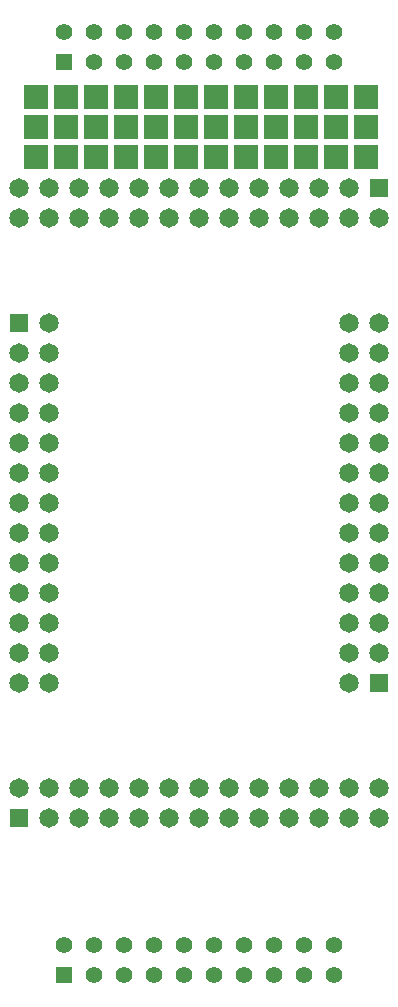
<source format=gbr>
%TF.GenerationSoftware,Altium Limited,Altium Designer,23.4.1 (23)*%
G04 Layer_Color=255*
%FSLAX45Y45*%
%MOMM*%
%TF.SameCoordinates,3C8645F9-427F-4EF9-BD5D-D69B0DC8593D*%
%TF.FilePolarity,Positive*%
%TF.FileFunction,Pads,Bot*%
%TF.Part,Single*%
G01*
G75*
%TA.AperFunction,ComponentPad*%
%ADD16C,1.65000*%
%ADD17R,1.65000X1.65000*%
%ADD18R,1.65000X1.65000*%
%TA.AperFunction,ViaPad*%
%ADD19R,2.00000X2.00000*%
%TA.AperFunction,ComponentPad*%
%ADD20R,1.39000X1.39000*%
%ADD21C,1.39000*%
D16*
X381000Y2976000D02*
D03*
X127000D02*
D03*
X381000Y3230000D02*
D03*
X127000D02*
D03*
X381000Y3484000D02*
D03*
X127000D02*
D03*
X381000Y3738000D02*
D03*
X127000D02*
D03*
X381000Y3992000D02*
D03*
X127000D02*
D03*
X381000Y4246000D02*
D03*
X127000D02*
D03*
X381000Y4500000D02*
D03*
X127000D02*
D03*
X381000Y4754000D02*
D03*
X127000D02*
D03*
X381000Y5008000D02*
D03*
X127000D02*
D03*
X381000Y5262000D02*
D03*
X127000D02*
D03*
X381000Y5516000D02*
D03*
X127000D02*
D03*
X381000Y5770000D02*
D03*
X127000D02*
D03*
X381000Y6024000D02*
D03*
X126000Y2087000D02*
D03*
X380000Y1833000D02*
D03*
Y2087000D02*
D03*
X634000Y1833000D02*
D03*
Y2087000D02*
D03*
X888000Y1833000D02*
D03*
Y2087000D02*
D03*
X1142000Y1833000D02*
D03*
Y2087000D02*
D03*
X1396000Y1833000D02*
D03*
Y2087000D02*
D03*
X1650000Y1833000D02*
D03*
Y2087000D02*
D03*
X1904000Y1833000D02*
D03*
Y2087000D02*
D03*
X2158000Y1833000D02*
D03*
Y2087000D02*
D03*
X2412000Y1833000D02*
D03*
Y2087000D02*
D03*
X2666000Y1833000D02*
D03*
Y2087000D02*
D03*
X2920000Y1833000D02*
D03*
Y2087000D02*
D03*
X3174000Y1833000D02*
D03*
Y2087000D02*
D03*
Y6913000D02*
D03*
X2920000Y7167000D02*
D03*
Y6913000D02*
D03*
X2666000Y7167000D02*
D03*
Y6913000D02*
D03*
X2412000Y7167000D02*
D03*
Y6913000D02*
D03*
X2158000Y7167000D02*
D03*
Y6913000D02*
D03*
X1904000Y7167000D02*
D03*
Y6913000D02*
D03*
X1650000Y7167000D02*
D03*
Y6913000D02*
D03*
X1396000Y7167000D02*
D03*
Y6913000D02*
D03*
X1142000Y7167000D02*
D03*
Y6913000D02*
D03*
X888000Y7167000D02*
D03*
Y6913000D02*
D03*
X634000Y7167000D02*
D03*
Y6913000D02*
D03*
X380000Y7167000D02*
D03*
Y6913000D02*
D03*
X126000Y7167000D02*
D03*
Y6913000D02*
D03*
X2919000Y2976000D02*
D03*
X3173000Y3230000D02*
D03*
X2919000D02*
D03*
X3173000Y3484000D02*
D03*
X2919000D02*
D03*
X3173000Y3738000D02*
D03*
X2919000D02*
D03*
X3173000Y3992000D02*
D03*
X2919000D02*
D03*
X3173000Y4246000D02*
D03*
X2919000D02*
D03*
X3173000Y4500000D02*
D03*
X2919000D02*
D03*
X3173000Y4754000D02*
D03*
X2919000D02*
D03*
X3173000Y5008000D02*
D03*
X2919000D02*
D03*
X3173000Y5262000D02*
D03*
X2919000D02*
D03*
X3173000Y5516000D02*
D03*
X2919000D02*
D03*
X3173000Y5770000D02*
D03*
X2919000D02*
D03*
X3173000Y6024000D02*
D03*
X2919000D02*
D03*
D17*
X127000D02*
D03*
X3173000Y2976000D02*
D03*
D18*
X126000Y1833000D02*
D03*
X3174000Y7167000D02*
D03*
D19*
X269875Y7429500D02*
D03*
X1031875D02*
D03*
X523875D02*
D03*
X777875D02*
D03*
X1285875D02*
D03*
X2047875D02*
D03*
X1793875D02*
D03*
X1539875D02*
D03*
X3063875D02*
D03*
X2809875D02*
D03*
X2301875D02*
D03*
X2555875D02*
D03*
X2301875Y7937500D02*
D03*
Y7683500D02*
D03*
X2555875D02*
D03*
Y7937500D02*
D03*
X3063875D02*
D03*
Y7683500D02*
D03*
X2809875D02*
D03*
Y7937500D02*
D03*
X1285875D02*
D03*
Y7683500D02*
D03*
X1539875D02*
D03*
Y7937500D02*
D03*
X2047875D02*
D03*
Y7683500D02*
D03*
X1793875D02*
D03*
Y7937500D02*
D03*
X777875D02*
D03*
Y7683500D02*
D03*
X1031875D02*
D03*
Y7937500D02*
D03*
X523875D02*
D03*
Y7683500D02*
D03*
X269875D02*
D03*
Y7937500D02*
D03*
D20*
X508000Y8238000D02*
D03*
Y508000D02*
D03*
D21*
Y8492000D02*
D03*
X762000Y8238000D02*
D03*
Y8492000D02*
D03*
X1016000Y8238000D02*
D03*
Y8492000D02*
D03*
X1270000Y8238000D02*
D03*
Y8492000D02*
D03*
X1524000Y8238000D02*
D03*
Y8492000D02*
D03*
X1778000Y8238000D02*
D03*
Y8492000D02*
D03*
X2032000Y8238000D02*
D03*
Y8492000D02*
D03*
X2286000Y8238000D02*
D03*
Y8492000D02*
D03*
X2540000Y8238000D02*
D03*
Y8492000D02*
D03*
X2794000Y8238000D02*
D03*
Y8492000D02*
D03*
X508000Y762000D02*
D03*
X762000Y508000D02*
D03*
Y762000D02*
D03*
X1016000Y508000D02*
D03*
Y762000D02*
D03*
X1270000Y508000D02*
D03*
Y762000D02*
D03*
X1524000Y508000D02*
D03*
Y762000D02*
D03*
X1778000Y508000D02*
D03*
Y762000D02*
D03*
X2032000Y508000D02*
D03*
Y762000D02*
D03*
X2286000Y508000D02*
D03*
Y762000D02*
D03*
X2540000Y508000D02*
D03*
Y762000D02*
D03*
X2794000Y508000D02*
D03*
Y762000D02*
D03*
%TF.MD5,1382321813bb32cc91b482119cfb4fca*%
M02*

</source>
